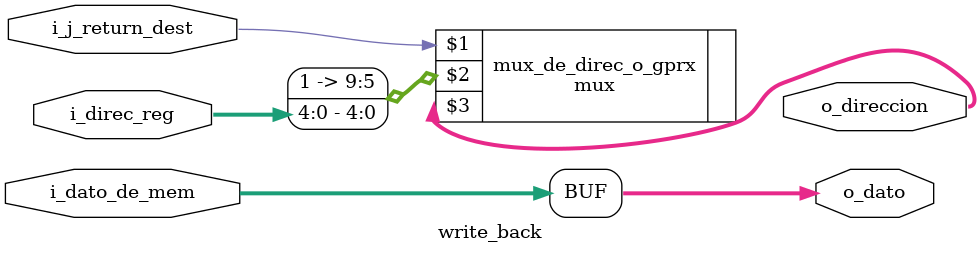
<source format=v>
`timescale 1ns / 1ps


module write_back#(
        parameter TAM_DATA = 32,
        parameter TAM_DIREC_REG =   5       
    )(
    //datos
    input   [TAM_DATA - 1 : 0]      i_dato_de_mem,
    //direcciones
    input   [TAM_DIREC_REG - 1 : 0] i_direc_reg, 
    //seniales de control
    input                           i_j_return_dest,
    
    output  [TAM_DATA - 1 : 0]      o_dato,
    output  [TAM_DIREC_REG - 1 : 0] o_direccion
    );
    
     
    assign  o_dato  =   i_dato_de_mem;
    
     mux #(
        .BITS_ENABLES(1),
        .BUS_SIZE(TAM_DIREC_REG)
    )mux_de_direc_o_gprx(
        i_j_return_dest,
        {5'd31,i_direc_reg},
        o_direccion
    );
       
endmodule

</source>
